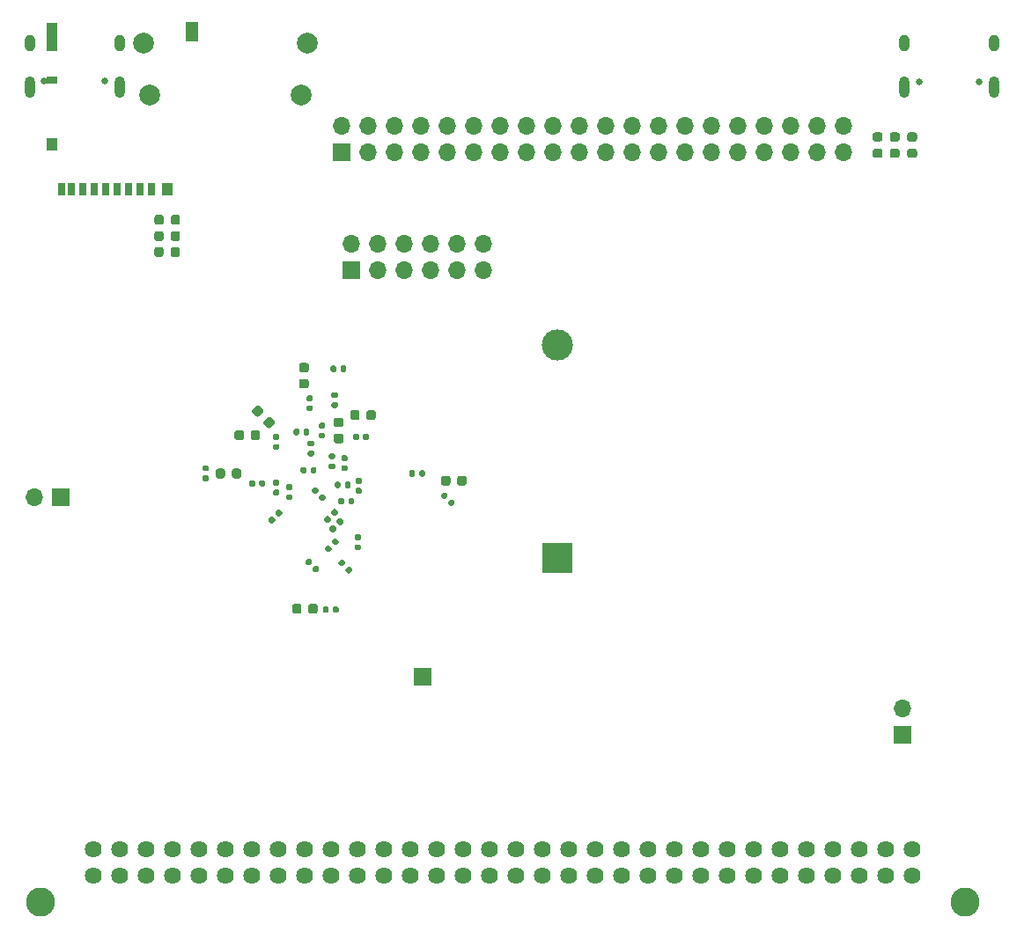
<source format=gbr>
%TF.GenerationSoftware,KiCad,Pcbnew,5.99.0+really5.1.10+dfsg1-1*%
%TF.CreationDate,2021-11-29T17:38:57+01:00*%
%TF.ProjectId,max80,6d617838-302e-46b6-9963-61645f706362,1.00*%
%TF.SameCoordinates,Original*%
%TF.FileFunction,Soldermask,Bot*%
%TF.FilePolarity,Negative*%
%FSLAX46Y46*%
G04 Gerber Fmt 4.6, Leading zero omitted, Abs format (unit mm)*
G04 Created by KiCad (PCBNEW 5.99.0+really5.1.10+dfsg1-1) date 2021-11-29 17:38:57*
%MOMM*%
%LPD*%
G01*
G04 APERTURE LIST*
%ADD10O,1.700000X1.700000*%
%ADD11R,1.700000X1.700000*%
%ADD12C,2.000000*%
%ADD13C,2.794000*%
%ADD14C,1.625600*%
%ADD15R,3.000000X3.000000*%
%ADD16C,3.000000*%
%ADD17R,1.300000X1.900000*%
%ADD18R,1.000000X2.800000*%
%ADD19R,1.000000X0.800000*%
%ADD20R,1.000000X1.200000*%
%ADD21R,0.700000X1.200000*%
%ADD22C,0.650000*%
%ADD23O,1.000000X2.100000*%
%ADD24O,1.000000X1.600000*%
G04 APERTURE END LIST*
%TO.C,D13*%
G36*
G01*
X192856250Y-52500000D02*
X192343750Y-52500000D01*
G75*
G02*
X192125000Y-52281250I0J218750D01*
G01*
X192125000Y-51843750D01*
G75*
G02*
X192343750Y-51625000I218750J0D01*
G01*
X192856250Y-51625000D01*
G75*
G02*
X193075000Y-51843750I0J-218750D01*
G01*
X193075000Y-52281250D01*
G75*
G02*
X192856250Y-52500000I-218750J0D01*
G01*
G37*
G36*
G01*
X192856250Y-54075000D02*
X192343750Y-54075000D01*
G75*
G02*
X192125000Y-53856250I0J218750D01*
G01*
X192125000Y-53418750D01*
G75*
G02*
X192343750Y-53200000I218750J0D01*
G01*
X192856250Y-53200000D01*
G75*
G02*
X193075000Y-53418750I0J-218750D01*
G01*
X193075000Y-53856250D01*
G75*
G02*
X192856250Y-54075000I-218750J0D01*
G01*
G37*
%TD*%
%TO.C,D12*%
G36*
G01*
X191206250Y-52500000D02*
X190693750Y-52500000D01*
G75*
G02*
X190475000Y-52281250I0J218750D01*
G01*
X190475000Y-51843750D01*
G75*
G02*
X190693750Y-51625000I218750J0D01*
G01*
X191206250Y-51625000D01*
G75*
G02*
X191425000Y-51843750I0J-218750D01*
G01*
X191425000Y-52281250D01*
G75*
G02*
X191206250Y-52500000I-218750J0D01*
G01*
G37*
G36*
G01*
X191206250Y-54075000D02*
X190693750Y-54075000D01*
G75*
G02*
X190475000Y-53856250I0J218750D01*
G01*
X190475000Y-53418750D01*
G75*
G02*
X190693750Y-53200000I218750J0D01*
G01*
X191206250Y-53200000D01*
G75*
G02*
X191425000Y-53418750I0J-218750D01*
G01*
X191425000Y-53856250D01*
G75*
G02*
X191206250Y-54075000I-218750J0D01*
G01*
G37*
%TD*%
%TO.C,D11*%
G36*
G01*
X194531250Y-52500000D02*
X194018750Y-52500000D01*
G75*
G02*
X193800000Y-52281250I0J218750D01*
G01*
X193800000Y-51843750D01*
G75*
G02*
X194018750Y-51625000I218750J0D01*
G01*
X194531250Y-51625000D01*
G75*
G02*
X194750000Y-51843750I0J-218750D01*
G01*
X194750000Y-52281250D01*
G75*
G02*
X194531250Y-52500000I-218750J0D01*
G01*
G37*
G36*
G01*
X194531250Y-54075000D02*
X194018750Y-54075000D01*
G75*
G02*
X193800000Y-53856250I0J218750D01*
G01*
X193800000Y-53418750D01*
G75*
G02*
X194018750Y-53200000I218750J0D01*
G01*
X194531250Y-53200000D01*
G75*
G02*
X194750000Y-53418750I0J-218750D01*
G01*
X194750000Y-53856250D01*
G75*
G02*
X194531250Y-54075000I-218750J0D01*
G01*
G37*
%TD*%
%TO.C,D10*%
G36*
G01*
X122987500Y-61856250D02*
X122987500Y-61343750D01*
G75*
G02*
X123206250Y-61125000I218750J0D01*
G01*
X123643750Y-61125000D01*
G75*
G02*
X123862500Y-61343750I0J-218750D01*
G01*
X123862500Y-61856250D01*
G75*
G02*
X123643750Y-62075000I-218750J0D01*
G01*
X123206250Y-62075000D01*
G75*
G02*
X122987500Y-61856250I0J218750D01*
G01*
G37*
G36*
G01*
X121412500Y-61856250D02*
X121412500Y-61343750D01*
G75*
G02*
X121631250Y-61125000I218750J0D01*
G01*
X122068750Y-61125000D01*
G75*
G02*
X122287500Y-61343750I0J-218750D01*
G01*
X122287500Y-61856250D01*
G75*
G02*
X122068750Y-62075000I-218750J0D01*
G01*
X121631250Y-62075000D01*
G75*
G02*
X121412500Y-61856250I0J218750D01*
G01*
G37*
%TD*%
%TO.C,D9*%
G36*
G01*
X123000000Y-60281250D02*
X123000000Y-59768750D01*
G75*
G02*
X123218750Y-59550000I218750J0D01*
G01*
X123656250Y-59550000D01*
G75*
G02*
X123875000Y-59768750I0J-218750D01*
G01*
X123875000Y-60281250D01*
G75*
G02*
X123656250Y-60500000I-218750J0D01*
G01*
X123218750Y-60500000D01*
G75*
G02*
X123000000Y-60281250I0J218750D01*
G01*
G37*
G36*
G01*
X121425000Y-60281250D02*
X121425000Y-59768750D01*
G75*
G02*
X121643750Y-59550000I218750J0D01*
G01*
X122081250Y-59550000D01*
G75*
G02*
X122300000Y-59768750I0J-218750D01*
G01*
X122300000Y-60281250D01*
G75*
G02*
X122081250Y-60500000I-218750J0D01*
G01*
X121643750Y-60500000D01*
G75*
G02*
X121425000Y-60281250I0J218750D01*
G01*
G37*
%TD*%
%TO.C,D8*%
G36*
G01*
X122975000Y-63381250D02*
X122975000Y-62868750D01*
G75*
G02*
X123193750Y-62650000I218750J0D01*
G01*
X123631250Y-62650000D01*
G75*
G02*
X123850000Y-62868750I0J-218750D01*
G01*
X123850000Y-63381250D01*
G75*
G02*
X123631250Y-63600000I-218750J0D01*
G01*
X123193750Y-63600000D01*
G75*
G02*
X122975000Y-63381250I0J218750D01*
G01*
G37*
G36*
G01*
X121400000Y-63381250D02*
X121400000Y-62868750D01*
G75*
G02*
X121618750Y-62650000I218750J0D01*
G01*
X122056250Y-62650000D01*
G75*
G02*
X122275000Y-62868750I0J-218750D01*
G01*
X122275000Y-63381250D01*
G75*
G02*
X122056250Y-63600000I-218750J0D01*
G01*
X121618750Y-63600000D01*
G75*
G02*
X121400000Y-63381250I0J218750D01*
G01*
G37*
%TD*%
D10*
%TO.C,J4*%
X187710000Y-50960000D03*
X187710000Y-53500000D03*
X185170000Y-50960000D03*
X185170000Y-53500000D03*
X182630000Y-50960000D03*
X182630000Y-53500000D03*
X180090000Y-50960000D03*
X180090000Y-53500000D03*
X177550000Y-50960000D03*
X177550000Y-53500000D03*
X175010000Y-50960000D03*
X175010000Y-53500000D03*
X172470000Y-50960000D03*
X172470000Y-53500000D03*
X169930000Y-50960000D03*
X169930000Y-53500000D03*
X167390000Y-50960000D03*
X167390000Y-53500000D03*
X164850000Y-50960000D03*
X164850000Y-53500000D03*
X162310000Y-50960000D03*
X162310000Y-53500000D03*
X159770000Y-50960000D03*
X159770000Y-53500000D03*
X157230000Y-50960000D03*
X157230000Y-53500000D03*
X154690000Y-50960000D03*
X154690000Y-53500000D03*
X152150000Y-50960000D03*
X152150000Y-53500000D03*
X149610000Y-50960000D03*
X149610000Y-53500000D03*
X147070000Y-50960000D03*
X147070000Y-53500000D03*
X144530000Y-50960000D03*
X144530000Y-53500000D03*
X141990000Y-50960000D03*
X141990000Y-53500000D03*
X139450000Y-50960000D03*
D11*
X139450000Y-53500000D03*
%TD*%
D12*
%TO.C,J2*%
X136100000Y-43050000D03*
X120400000Y-43050000D03*
X135500000Y-48000000D03*
X121000000Y-48000000D03*
%TD*%
D13*
%TO.C,X1*%
X110421100Y-125673600D03*
X199321100Y-125673600D03*
D14*
X115501100Y-120593600D03*
X118041100Y-120593600D03*
X120581100Y-120593600D03*
X123121100Y-120593600D03*
X125661100Y-120593600D03*
X128201100Y-120593600D03*
X130741100Y-120593600D03*
X133281100Y-120593600D03*
X135821100Y-120593600D03*
X138361100Y-120593600D03*
X140901100Y-120593600D03*
X143441100Y-120593600D03*
X145981100Y-120593600D03*
X148521100Y-120593600D03*
X151061100Y-120593600D03*
X153601100Y-120593600D03*
X156141100Y-120593600D03*
X158681100Y-120593600D03*
X161221100Y-120593600D03*
X163761100Y-120593600D03*
X166301100Y-120593600D03*
X168841100Y-120593600D03*
X171381100Y-120593600D03*
X173921100Y-120593600D03*
X176461100Y-120593600D03*
X179001100Y-120593600D03*
X181541100Y-120593600D03*
X184081100Y-120593600D03*
X186621100Y-120593600D03*
X189161100Y-120593600D03*
X191701100Y-120593600D03*
X194241100Y-120593600D03*
X115501100Y-123133600D03*
X118041100Y-123133600D03*
X120581100Y-123133600D03*
X123121100Y-123133600D03*
X125661100Y-123133600D03*
X128201100Y-123133600D03*
X130741100Y-123133600D03*
X133281100Y-123133600D03*
X135821100Y-123133600D03*
X138361100Y-123133600D03*
X140901100Y-123133600D03*
X143441100Y-123133600D03*
X145981100Y-123133600D03*
X148521100Y-123133600D03*
X151061100Y-123133600D03*
X153601100Y-123133600D03*
X156141100Y-123133600D03*
X158681100Y-123133600D03*
X161221100Y-123133600D03*
X163761100Y-123133600D03*
X166301100Y-123133600D03*
X168841100Y-123133600D03*
X171381100Y-123133600D03*
X173921100Y-123133600D03*
X176461100Y-123133600D03*
X179001100Y-123133600D03*
X181541100Y-123133600D03*
X184081100Y-123133600D03*
X186621100Y-123133600D03*
X189161100Y-123133600D03*
X191701100Y-123133600D03*
X194241100Y-123133600D03*
%TD*%
D15*
%TO.C,BT1*%
X160170000Y-92570000D03*
D16*
X160170000Y-72080000D03*
%TD*%
%TO.C,C44*%
G36*
G01*
X141795000Y-79070000D02*
X141795000Y-78570000D01*
G75*
G02*
X142020000Y-78345000I225000J0D01*
G01*
X142470000Y-78345000D01*
G75*
G02*
X142695000Y-78570000I0J-225000D01*
G01*
X142695000Y-79070000D01*
G75*
G02*
X142470000Y-79295000I-225000J0D01*
G01*
X142020000Y-79295000D01*
G75*
G02*
X141795000Y-79070000I0J225000D01*
G01*
G37*
G36*
G01*
X140245000Y-79070000D02*
X140245000Y-78570000D01*
G75*
G02*
X140470000Y-78345000I225000J0D01*
G01*
X140920000Y-78345000D01*
G75*
G02*
X141145000Y-78570000I0J-225000D01*
G01*
X141145000Y-79070000D01*
G75*
G02*
X140920000Y-79295000I-225000J0D01*
G01*
X140470000Y-79295000D01*
G75*
G02*
X140245000Y-79070000I0J225000D01*
G01*
G37*
%TD*%
D10*
%TO.C,J8*%
X153050000Y-62310000D03*
X153050000Y-64850000D03*
X150510000Y-62310000D03*
X150510000Y-64850000D03*
X147970000Y-62310000D03*
X147970000Y-64850000D03*
X145430000Y-62310000D03*
X145430000Y-64850000D03*
X142890000Y-62310000D03*
X142890000Y-64850000D03*
X140350000Y-62310000D03*
D11*
X140350000Y-64850000D03*
%TD*%
D17*
%TO.C,J3*%
X125035000Y-41965000D03*
D18*
X111535000Y-42415000D03*
D19*
X111535000Y-46565000D03*
D20*
X111535000Y-52765000D03*
X122685000Y-57065000D03*
D21*
X114535000Y-57065000D03*
X115635000Y-57065000D03*
X116735000Y-57065000D03*
X117835000Y-57065000D03*
X118935000Y-57065000D03*
X120035000Y-57065000D03*
X121135000Y-57065000D03*
X113435000Y-57065000D03*
X112485000Y-57065000D03*
%TD*%
D11*
%TO.C,J6*%
X147220000Y-104020000D03*
%TD*%
D10*
%TO.C,J7*%
X193320000Y-107080000D03*
D11*
X193320000Y-109620000D03*
%TD*%
%TO.C,C62*%
G36*
G01*
X131836967Y-78573413D02*
X131483413Y-78926967D01*
G75*
G02*
X131165215Y-78926967I-159099J159099D01*
G01*
X130847017Y-78608769D01*
G75*
G02*
X130847017Y-78290571I159099J159099D01*
G01*
X131200571Y-77937017D01*
G75*
G02*
X131518769Y-77937017I159099J-159099D01*
G01*
X131836967Y-78255215D01*
G75*
G02*
X131836967Y-78573413I-159099J-159099D01*
G01*
G37*
G36*
G01*
X132932983Y-79669429D02*
X132579429Y-80022983D01*
G75*
G02*
X132261231Y-80022983I-159099J159099D01*
G01*
X131943033Y-79704785D01*
G75*
G02*
X131943033Y-79386587I159099J159099D01*
G01*
X132296587Y-79033033D01*
G75*
G02*
X132614785Y-79033033I159099J-159099D01*
G01*
X132932983Y-79351231D01*
G75*
G02*
X132932983Y-79669429I-159099J-159099D01*
G01*
G37*
%TD*%
%TO.C,C69*%
G36*
G01*
X135555000Y-97200000D02*
X135555000Y-97700000D01*
G75*
G02*
X135330000Y-97925000I-225000J0D01*
G01*
X134880000Y-97925000D01*
G75*
G02*
X134655000Y-97700000I0J225000D01*
G01*
X134655000Y-97200000D01*
G75*
G02*
X134880000Y-96975000I225000J0D01*
G01*
X135330000Y-96975000D01*
G75*
G02*
X135555000Y-97200000I0J-225000D01*
G01*
G37*
G36*
G01*
X137105000Y-97200000D02*
X137105000Y-97700000D01*
G75*
G02*
X136880000Y-97925000I-225000J0D01*
G01*
X136430000Y-97925000D01*
G75*
G02*
X136205000Y-97700000I0J225000D01*
G01*
X136205000Y-97200000D01*
G75*
G02*
X136430000Y-96975000I225000J0D01*
G01*
X136880000Y-96975000D01*
G75*
G02*
X137105000Y-97200000I0J-225000D01*
G01*
G37*
%TD*%
%TO.C,C68*%
G36*
G01*
X128215000Y-84190000D02*
X128215000Y-84690000D01*
G75*
G02*
X127990000Y-84915000I-225000J0D01*
G01*
X127540000Y-84915000D01*
G75*
G02*
X127315000Y-84690000I0J225000D01*
G01*
X127315000Y-84190000D01*
G75*
G02*
X127540000Y-83965000I225000J0D01*
G01*
X127990000Y-83965000D01*
G75*
G02*
X128215000Y-84190000I0J-225000D01*
G01*
G37*
G36*
G01*
X129765000Y-84190000D02*
X129765000Y-84690000D01*
G75*
G02*
X129540000Y-84915000I-225000J0D01*
G01*
X129090000Y-84915000D01*
G75*
G02*
X128865000Y-84690000I0J225000D01*
G01*
X128865000Y-84190000D01*
G75*
G02*
X129090000Y-83965000I225000J0D01*
G01*
X129540000Y-83965000D01*
G75*
G02*
X129765000Y-84190000I0J-225000D01*
G01*
G37*
%TD*%
%TO.C,C59*%
G36*
G01*
X136040000Y-74705000D02*
X135540000Y-74705000D01*
G75*
G02*
X135315000Y-74480000I0J225000D01*
G01*
X135315000Y-74030000D01*
G75*
G02*
X135540000Y-73805000I225000J0D01*
G01*
X136040000Y-73805000D01*
G75*
G02*
X136265000Y-74030000I0J-225000D01*
G01*
X136265000Y-74480000D01*
G75*
G02*
X136040000Y-74705000I-225000J0D01*
G01*
G37*
G36*
G01*
X136040000Y-76255000D02*
X135540000Y-76255000D01*
G75*
G02*
X135315000Y-76030000I0J225000D01*
G01*
X135315000Y-75580000D01*
G75*
G02*
X135540000Y-75355000I225000J0D01*
G01*
X136040000Y-75355000D01*
G75*
G02*
X136265000Y-75580000I0J-225000D01*
G01*
X136265000Y-76030000D01*
G75*
G02*
X136040000Y-76255000I-225000J0D01*
G01*
G37*
%TD*%
%TO.C,C50*%
G36*
G01*
X139380000Y-79975000D02*
X138880000Y-79975000D01*
G75*
G02*
X138655000Y-79750000I0J225000D01*
G01*
X138655000Y-79300000D01*
G75*
G02*
X138880000Y-79075000I225000J0D01*
G01*
X139380000Y-79075000D01*
G75*
G02*
X139605000Y-79300000I0J-225000D01*
G01*
X139605000Y-79750000D01*
G75*
G02*
X139380000Y-79975000I-225000J0D01*
G01*
G37*
G36*
G01*
X139380000Y-81525000D02*
X138880000Y-81525000D01*
G75*
G02*
X138655000Y-81300000I0J225000D01*
G01*
X138655000Y-80850000D01*
G75*
G02*
X138880000Y-80625000I225000J0D01*
G01*
X139380000Y-80625000D01*
G75*
G02*
X139605000Y-80850000I0J-225000D01*
G01*
X139605000Y-81300000D01*
G75*
G02*
X139380000Y-81525000I-225000J0D01*
G01*
G37*
%TD*%
%TO.C,C25*%
G36*
G01*
X150525000Y-85380000D02*
X150525000Y-84880000D01*
G75*
G02*
X150750000Y-84655000I225000J0D01*
G01*
X151200000Y-84655000D01*
G75*
G02*
X151425000Y-84880000I0J-225000D01*
G01*
X151425000Y-85380000D01*
G75*
G02*
X151200000Y-85605000I-225000J0D01*
G01*
X150750000Y-85605000D01*
G75*
G02*
X150525000Y-85380000I0J225000D01*
G01*
G37*
G36*
G01*
X148975000Y-85380000D02*
X148975000Y-84880000D01*
G75*
G02*
X149200000Y-84655000I225000J0D01*
G01*
X149650000Y-84655000D01*
G75*
G02*
X149875000Y-84880000I0J-225000D01*
G01*
X149875000Y-85380000D01*
G75*
G02*
X149650000Y-85605000I-225000J0D01*
G01*
X149200000Y-85605000D01*
G75*
G02*
X148975000Y-85380000I0J225000D01*
G01*
G37*
%TD*%
%TO.C,C16*%
G36*
G01*
X130025000Y-80500000D02*
X130025000Y-81000000D01*
G75*
G02*
X129800000Y-81225000I-225000J0D01*
G01*
X129350000Y-81225000D01*
G75*
G02*
X129125000Y-81000000I0J225000D01*
G01*
X129125000Y-80500000D01*
G75*
G02*
X129350000Y-80275000I225000J0D01*
G01*
X129800000Y-80275000D01*
G75*
G02*
X130025000Y-80500000I0J-225000D01*
G01*
G37*
G36*
G01*
X131575000Y-80500000D02*
X131575000Y-81000000D01*
G75*
G02*
X131350000Y-81225000I-225000J0D01*
G01*
X130900000Y-81225000D01*
G75*
G02*
X130675000Y-81000000I0J225000D01*
G01*
X130675000Y-80500000D01*
G75*
G02*
X130900000Y-80275000I225000J0D01*
G01*
X131350000Y-80275000D01*
G75*
G02*
X131575000Y-80500000I0J-225000D01*
G01*
G37*
%TD*%
%TO.C,C28*%
G36*
G01*
X138207782Y-91361802D02*
X138448198Y-91602218D01*
G75*
G02*
X138448198Y-91800208I-98995J-98995D01*
G01*
X138250208Y-91998198D01*
G75*
G02*
X138052218Y-91998198I-98995J98995D01*
G01*
X137811802Y-91757782D01*
G75*
G02*
X137811802Y-91559792I98995J98995D01*
G01*
X138009792Y-91361802D01*
G75*
G02*
X138207782Y-91361802I98995J-98995D01*
G01*
G37*
G36*
G01*
X138886604Y-90682980D02*
X139127020Y-90923396D01*
G75*
G02*
X139127020Y-91121386I-98995J-98995D01*
G01*
X138929030Y-91319376D01*
G75*
G02*
X138731040Y-91319376I-98995J98995D01*
G01*
X138490624Y-91078960D01*
G75*
G02*
X138490624Y-90880970I98995J98995D01*
G01*
X138688614Y-90682980D01*
G75*
G02*
X138886604Y-90682980I98995J-98995D01*
G01*
G37*
%TD*%
%TO.C,C43*%
G36*
G01*
X133290000Y-85600000D02*
X132950000Y-85600000D01*
G75*
G02*
X132810000Y-85460000I0J140000D01*
G01*
X132810000Y-85180000D01*
G75*
G02*
X132950000Y-85040000I140000J0D01*
G01*
X133290000Y-85040000D01*
G75*
G02*
X133430000Y-85180000I0J-140000D01*
G01*
X133430000Y-85460000D01*
G75*
G02*
X133290000Y-85600000I-140000J0D01*
G01*
G37*
G36*
G01*
X133290000Y-86560000D02*
X132950000Y-86560000D01*
G75*
G02*
X132810000Y-86420000I0J140000D01*
G01*
X132810000Y-86140000D01*
G75*
G02*
X132950000Y-86000000I140000J0D01*
G01*
X133290000Y-86000000D01*
G75*
G02*
X133430000Y-86140000I0J-140000D01*
G01*
X133430000Y-86420000D01*
G75*
G02*
X133290000Y-86560000I-140000J0D01*
G01*
G37*
%TD*%
%TO.C,C42*%
G36*
G01*
X141220000Y-85430000D02*
X140880000Y-85430000D01*
G75*
G02*
X140740000Y-85290000I0J140000D01*
G01*
X140740000Y-85010000D01*
G75*
G02*
X140880000Y-84870000I140000J0D01*
G01*
X141220000Y-84870000D01*
G75*
G02*
X141360000Y-85010000I0J-140000D01*
G01*
X141360000Y-85290000D01*
G75*
G02*
X141220000Y-85430000I-140000J0D01*
G01*
G37*
G36*
G01*
X141220000Y-86390000D02*
X140880000Y-86390000D01*
G75*
G02*
X140740000Y-86250000I0J140000D01*
G01*
X140740000Y-85970000D01*
G75*
G02*
X140880000Y-85830000I140000J0D01*
G01*
X141220000Y-85830000D01*
G75*
G02*
X141360000Y-85970000I0J-140000D01*
G01*
X141360000Y-86250000D01*
G75*
G02*
X141220000Y-86390000I-140000J0D01*
G01*
G37*
%TD*%
%TO.C,C41*%
G36*
G01*
X139191629Y-89388787D02*
X138951213Y-89148371D01*
G75*
G02*
X138951213Y-88950381I98995J98995D01*
G01*
X139149203Y-88752391D01*
G75*
G02*
X139347193Y-88752391I98995J-98995D01*
G01*
X139587609Y-88992807D01*
G75*
G02*
X139587609Y-89190797I-98995J-98995D01*
G01*
X139389619Y-89388787D01*
G75*
G02*
X139191629Y-89388787I-98995J98995D01*
G01*
G37*
G36*
G01*
X138512807Y-90067609D02*
X138272391Y-89827193D01*
G75*
G02*
X138272391Y-89629203I98995J98995D01*
G01*
X138470381Y-89431213D01*
G75*
G02*
X138668371Y-89431213I98995J-98995D01*
G01*
X138908787Y-89671629D01*
G75*
G02*
X138908787Y-89869619I-98995J-98995D01*
G01*
X138710797Y-90067609D01*
G75*
G02*
X138512807Y-90067609I-98995J98995D01*
G01*
G37*
%TD*%
%TO.C,C32*%
G36*
G01*
X137690000Y-80120000D02*
X137350000Y-80120000D01*
G75*
G02*
X137210000Y-79980000I0J140000D01*
G01*
X137210000Y-79700000D01*
G75*
G02*
X137350000Y-79560000I140000J0D01*
G01*
X137690000Y-79560000D01*
G75*
G02*
X137830000Y-79700000I0J-140000D01*
G01*
X137830000Y-79980000D01*
G75*
G02*
X137690000Y-80120000I-140000J0D01*
G01*
G37*
G36*
G01*
X137690000Y-81080000D02*
X137350000Y-81080000D01*
G75*
G02*
X137210000Y-80940000I0J140000D01*
G01*
X137210000Y-80660000D01*
G75*
G02*
X137350000Y-80520000I140000J0D01*
G01*
X137690000Y-80520000D01*
G75*
G02*
X137830000Y-80660000I0J-140000D01*
G01*
X137830000Y-80940000D01*
G75*
G02*
X137690000Y-81080000I-140000J0D01*
G01*
G37*
%TD*%
%TO.C,C31*%
G36*
G01*
X141150000Y-90850000D02*
X140810000Y-90850000D01*
G75*
G02*
X140670000Y-90710000I0J140000D01*
G01*
X140670000Y-90430000D01*
G75*
G02*
X140810000Y-90290000I140000J0D01*
G01*
X141150000Y-90290000D01*
G75*
G02*
X141290000Y-90430000I0J-140000D01*
G01*
X141290000Y-90710000D01*
G75*
G02*
X141150000Y-90850000I-140000J0D01*
G01*
G37*
G36*
G01*
X141150000Y-91810000D02*
X140810000Y-91810000D01*
G75*
G02*
X140670000Y-91670000I0J140000D01*
G01*
X140670000Y-91390000D01*
G75*
G02*
X140810000Y-91250000I140000J0D01*
G01*
X141150000Y-91250000D01*
G75*
G02*
X141290000Y-91390000I0J-140000D01*
G01*
X141290000Y-91670000D01*
G75*
G02*
X141150000Y-91810000I-140000J0D01*
G01*
G37*
%TD*%
%TO.C,C30*%
G36*
G01*
X138570000Y-97710000D02*
X138570000Y-97370000D01*
G75*
G02*
X138710000Y-97230000I140000J0D01*
G01*
X138990000Y-97230000D01*
G75*
G02*
X139130000Y-97370000I0J-140000D01*
G01*
X139130000Y-97710000D01*
G75*
G02*
X138990000Y-97850000I-140000J0D01*
G01*
X138710000Y-97850000D01*
G75*
G02*
X138570000Y-97710000I0J140000D01*
G01*
G37*
G36*
G01*
X137610000Y-97710000D02*
X137610000Y-97370000D01*
G75*
G02*
X137750000Y-97230000I140000J0D01*
G01*
X138030000Y-97230000D01*
G75*
G02*
X138170000Y-97370000I0J-140000D01*
G01*
X138170000Y-97710000D01*
G75*
G02*
X138030000Y-97850000I-140000J0D01*
G01*
X137750000Y-97850000D01*
G75*
G02*
X137610000Y-97710000I0J140000D01*
G01*
G37*
%TD*%
%TO.C,C29*%
G36*
G01*
X139787487Y-93647903D02*
X140027903Y-93407487D01*
G75*
G02*
X140225893Y-93407487I98995J-98995D01*
G01*
X140423883Y-93605477D01*
G75*
G02*
X140423883Y-93803467I-98995J-98995D01*
G01*
X140183467Y-94043883D01*
G75*
G02*
X139985477Y-94043883I-98995J98995D01*
G01*
X139787487Y-93845893D01*
G75*
G02*
X139787487Y-93647903I98995J98995D01*
G01*
G37*
G36*
G01*
X139108665Y-92969081D02*
X139349081Y-92728665D01*
G75*
G02*
X139547071Y-92728665I98995J-98995D01*
G01*
X139745061Y-92926655D01*
G75*
G02*
X139745061Y-93124645I-98995J-98995D01*
G01*
X139504645Y-93365061D01*
G75*
G02*
X139306655Y-93365061I-98995J98995D01*
G01*
X139108665Y-93167071D01*
G75*
G02*
X139108665Y-92969081I98995J98995D01*
G01*
G37*
%TD*%
%TO.C,C27*%
G36*
G01*
X133317903Y-88542513D02*
X133077487Y-88302097D01*
G75*
G02*
X133077487Y-88104107I98995J98995D01*
G01*
X133275477Y-87906117D01*
G75*
G02*
X133473467Y-87906117I98995J-98995D01*
G01*
X133713883Y-88146533D01*
G75*
G02*
X133713883Y-88344523I-98995J-98995D01*
G01*
X133515893Y-88542513D01*
G75*
G02*
X133317903Y-88542513I-98995J98995D01*
G01*
G37*
G36*
G01*
X132639081Y-89221335D02*
X132398665Y-88980919D01*
G75*
G02*
X132398665Y-88782929I98995J98995D01*
G01*
X132596655Y-88584939D01*
G75*
G02*
X132794645Y-88584939I98995J-98995D01*
G01*
X133035061Y-88825355D01*
G75*
G02*
X133035061Y-89023345I-98995J-98995D01*
G01*
X132837071Y-89221335D01*
G75*
G02*
X132639081Y-89221335I-98995J98995D01*
G01*
G37*
%TD*%
%TO.C,C26*%
G36*
G01*
X136568787Y-93028371D02*
X136328371Y-93268787D01*
G75*
G02*
X136130381Y-93268787I-98995J98995D01*
G01*
X135932391Y-93070797D01*
G75*
G02*
X135932391Y-92872807I98995J98995D01*
G01*
X136172807Y-92632391D01*
G75*
G02*
X136370797Y-92632391I98995J-98995D01*
G01*
X136568787Y-92830381D01*
G75*
G02*
X136568787Y-93028371I-98995J-98995D01*
G01*
G37*
G36*
G01*
X137247609Y-93707193D02*
X137007193Y-93947609D01*
G75*
G02*
X136809203Y-93947609I-98995J98995D01*
G01*
X136611213Y-93749619D01*
G75*
G02*
X136611213Y-93551629I98995J98995D01*
G01*
X136851629Y-93311213D01*
G75*
G02*
X137049619Y-93311213I98995J-98995D01*
G01*
X137247609Y-93509203D01*
G75*
G02*
X137247609Y-93707193I-98995J-98995D01*
G01*
G37*
%TD*%
%TO.C,C24*%
G36*
G01*
X146880000Y-84610000D02*
X146880000Y-84270000D01*
G75*
G02*
X147020000Y-84130000I140000J0D01*
G01*
X147300000Y-84130000D01*
G75*
G02*
X147440000Y-84270000I0J-140000D01*
G01*
X147440000Y-84610000D01*
G75*
G02*
X147300000Y-84750000I-140000J0D01*
G01*
X147020000Y-84750000D01*
G75*
G02*
X146880000Y-84610000I0J140000D01*
G01*
G37*
G36*
G01*
X145920000Y-84610000D02*
X145920000Y-84270000D01*
G75*
G02*
X146060000Y-84130000I140000J0D01*
G01*
X146340000Y-84130000D01*
G75*
G02*
X146480000Y-84270000I0J-140000D01*
G01*
X146480000Y-84610000D01*
G75*
G02*
X146340000Y-84750000I-140000J0D01*
G01*
X146060000Y-84750000D01*
G75*
G02*
X145920000Y-84610000I0J140000D01*
G01*
G37*
%TD*%
%TO.C,C23*%
G36*
G01*
X134210000Y-86450000D02*
X134550000Y-86450000D01*
G75*
G02*
X134690000Y-86590000I0J-140000D01*
G01*
X134690000Y-86870000D01*
G75*
G02*
X134550000Y-87010000I-140000J0D01*
G01*
X134210000Y-87010000D01*
G75*
G02*
X134070000Y-86870000I0J140000D01*
G01*
X134070000Y-86590000D01*
G75*
G02*
X134210000Y-86450000I140000J0D01*
G01*
G37*
G36*
G01*
X134210000Y-85490000D02*
X134550000Y-85490000D01*
G75*
G02*
X134690000Y-85630000I0J-140000D01*
G01*
X134690000Y-85910000D01*
G75*
G02*
X134550000Y-86050000I-140000J0D01*
G01*
X134210000Y-86050000D01*
G75*
G02*
X134070000Y-85910000I0J140000D01*
G01*
X134070000Y-85630000D01*
G75*
G02*
X134210000Y-85490000I140000J0D01*
G01*
G37*
%TD*%
%TO.C,C22*%
G36*
G01*
X141070000Y-80750000D02*
X141070000Y-81090000D01*
G75*
G02*
X140930000Y-81230000I-140000J0D01*
G01*
X140650000Y-81230000D01*
G75*
G02*
X140510000Y-81090000I0J140000D01*
G01*
X140510000Y-80750000D01*
G75*
G02*
X140650000Y-80610000I140000J0D01*
G01*
X140930000Y-80610000D01*
G75*
G02*
X141070000Y-80750000I0J-140000D01*
G01*
G37*
G36*
G01*
X142030000Y-80750000D02*
X142030000Y-81090000D01*
G75*
G02*
X141890000Y-81230000I-140000J0D01*
G01*
X141610000Y-81230000D01*
G75*
G02*
X141470000Y-81090000I0J140000D01*
G01*
X141470000Y-80750000D01*
G75*
G02*
X141610000Y-80610000I140000J0D01*
G01*
X141890000Y-80610000D01*
G75*
G02*
X142030000Y-80750000I0J-140000D01*
G01*
G37*
%TD*%
%TO.C,C21*%
G36*
G01*
X149651213Y-87181629D02*
X149891629Y-86941213D01*
G75*
G02*
X150089619Y-86941213I98995J-98995D01*
G01*
X150287609Y-87139203D01*
G75*
G02*
X150287609Y-87337193I-98995J-98995D01*
G01*
X150047193Y-87577609D01*
G75*
G02*
X149849203Y-87577609I-98995J98995D01*
G01*
X149651213Y-87379619D01*
G75*
G02*
X149651213Y-87181629I98995J98995D01*
G01*
G37*
G36*
G01*
X148972391Y-86502807D02*
X149212807Y-86262391D01*
G75*
G02*
X149410797Y-86262391I98995J-98995D01*
G01*
X149608787Y-86460381D01*
G75*
G02*
X149608787Y-86658371I-98995J-98995D01*
G01*
X149368371Y-86898787D01*
G75*
G02*
X149170381Y-86898787I-98995J98995D01*
G01*
X148972391Y-86700797D01*
G75*
G02*
X148972391Y-86502807I98995J98995D01*
G01*
G37*
%TD*%
%TO.C,C20*%
G36*
G01*
X138671629Y-88488787D02*
X138431213Y-88248371D01*
G75*
G02*
X138431213Y-88050381I98995J98995D01*
G01*
X138629203Y-87852391D01*
G75*
G02*
X138827193Y-87852391I98995J-98995D01*
G01*
X139067609Y-88092807D01*
G75*
G02*
X139067609Y-88290797I-98995J-98995D01*
G01*
X138869619Y-88488787D01*
G75*
G02*
X138671629Y-88488787I-98995J98995D01*
G01*
G37*
G36*
G01*
X137992807Y-89167609D02*
X137752391Y-88927193D01*
G75*
G02*
X137752391Y-88729203I98995J98995D01*
G01*
X137950381Y-88531213D01*
G75*
G02*
X138148371Y-88531213I98995J-98995D01*
G01*
X138388787Y-88771629D01*
G75*
G02*
X138388787Y-88969619I-98995J-98995D01*
G01*
X138190797Y-89167609D01*
G75*
G02*
X137992807Y-89167609I-98995J98995D01*
G01*
G37*
%TD*%
%TO.C,C19*%
G36*
G01*
X136430000Y-84290000D02*
X136430000Y-83950000D01*
G75*
G02*
X136570000Y-83810000I140000J0D01*
G01*
X136850000Y-83810000D01*
G75*
G02*
X136990000Y-83950000I0J-140000D01*
G01*
X136990000Y-84290000D01*
G75*
G02*
X136850000Y-84430000I-140000J0D01*
G01*
X136570000Y-84430000D01*
G75*
G02*
X136430000Y-84290000I0J140000D01*
G01*
G37*
G36*
G01*
X135470000Y-84290000D02*
X135470000Y-83950000D01*
G75*
G02*
X135610000Y-83810000I140000J0D01*
G01*
X135890000Y-83810000D01*
G75*
G02*
X136030000Y-83950000I0J-140000D01*
G01*
X136030000Y-84290000D01*
G75*
G02*
X135890000Y-84430000I-140000J0D01*
G01*
X135610000Y-84430000D01*
G75*
G02*
X135470000Y-84290000I0J140000D01*
G01*
G37*
%TD*%
%TO.C,C18*%
G36*
G01*
X137251213Y-86671629D02*
X137491629Y-86431213D01*
G75*
G02*
X137689619Y-86431213I98995J-98995D01*
G01*
X137887609Y-86629203D01*
G75*
G02*
X137887609Y-86827193I-98995J-98995D01*
G01*
X137647193Y-87067609D01*
G75*
G02*
X137449203Y-87067609I-98995J98995D01*
G01*
X137251213Y-86869619D01*
G75*
G02*
X137251213Y-86671629I98995J98995D01*
G01*
G37*
G36*
G01*
X136572391Y-85992807D02*
X136812807Y-85752391D01*
G75*
G02*
X137010797Y-85752391I98995J-98995D01*
G01*
X137208787Y-85950381D01*
G75*
G02*
X137208787Y-86148371I-98995J-98995D01*
G01*
X136968371Y-86388787D01*
G75*
G02*
X136770381Y-86388787I-98995J98995D01*
G01*
X136572391Y-86190797D01*
G75*
G02*
X136572391Y-85992807I98995J98995D01*
G01*
G37*
%TD*%
%TO.C,C17*%
G36*
G01*
X139320000Y-85370000D02*
X139320000Y-85710000D01*
G75*
G02*
X139180000Y-85850000I-140000J0D01*
G01*
X138900000Y-85850000D01*
G75*
G02*
X138760000Y-85710000I0J140000D01*
G01*
X138760000Y-85370000D01*
G75*
G02*
X138900000Y-85230000I140000J0D01*
G01*
X139180000Y-85230000D01*
G75*
G02*
X139320000Y-85370000I0J-140000D01*
G01*
G37*
G36*
G01*
X140280000Y-85370000D02*
X140280000Y-85710000D01*
G75*
G02*
X140140000Y-85850000I-140000J0D01*
G01*
X139860000Y-85850000D01*
G75*
G02*
X139720000Y-85710000I0J140000D01*
G01*
X139720000Y-85370000D01*
G75*
G02*
X139860000Y-85230000I140000J0D01*
G01*
X140140000Y-85230000D01*
G75*
G02*
X140280000Y-85370000I0J-140000D01*
G01*
G37*
%TD*%
%TO.C,C15*%
G36*
G01*
X135750000Y-80620000D02*
X135750000Y-80280000D01*
G75*
G02*
X135890000Y-80140000I140000J0D01*
G01*
X136170000Y-80140000D01*
G75*
G02*
X136310000Y-80280000I0J-140000D01*
G01*
X136310000Y-80620000D01*
G75*
G02*
X136170000Y-80760000I-140000J0D01*
G01*
X135890000Y-80760000D01*
G75*
G02*
X135750000Y-80620000I0J140000D01*
G01*
G37*
G36*
G01*
X134790000Y-80620000D02*
X134790000Y-80280000D01*
G75*
G02*
X134930000Y-80140000I140000J0D01*
G01*
X135210000Y-80140000D01*
G75*
G02*
X135350000Y-80280000I0J-140000D01*
G01*
X135350000Y-80620000D01*
G75*
G02*
X135210000Y-80760000I-140000J0D01*
G01*
X134930000Y-80760000D01*
G75*
G02*
X134790000Y-80620000I0J140000D01*
G01*
G37*
%TD*%
%TO.C,C14*%
G36*
G01*
X138920000Y-77170000D02*
X138580000Y-77170000D01*
G75*
G02*
X138440000Y-77030000I0J140000D01*
G01*
X138440000Y-76750000D01*
G75*
G02*
X138580000Y-76610000I140000J0D01*
G01*
X138920000Y-76610000D01*
G75*
G02*
X139060000Y-76750000I0J-140000D01*
G01*
X139060000Y-77030000D01*
G75*
G02*
X138920000Y-77170000I-140000J0D01*
G01*
G37*
G36*
G01*
X138920000Y-78130000D02*
X138580000Y-78130000D01*
G75*
G02*
X138440000Y-77990000I0J140000D01*
G01*
X138440000Y-77710000D01*
G75*
G02*
X138580000Y-77570000I140000J0D01*
G01*
X138920000Y-77570000D01*
G75*
G02*
X139060000Y-77710000I0J-140000D01*
G01*
X139060000Y-77990000D01*
G75*
G02*
X138920000Y-78130000I-140000J0D01*
G01*
G37*
%TD*%
%TO.C,C13*%
G36*
G01*
X126510000Y-84220000D02*
X126170000Y-84220000D01*
G75*
G02*
X126030000Y-84080000I0J140000D01*
G01*
X126030000Y-83800000D01*
G75*
G02*
X126170000Y-83660000I140000J0D01*
G01*
X126510000Y-83660000D01*
G75*
G02*
X126650000Y-83800000I0J-140000D01*
G01*
X126650000Y-84080000D01*
G75*
G02*
X126510000Y-84220000I-140000J0D01*
G01*
G37*
G36*
G01*
X126510000Y-85180000D02*
X126170000Y-85180000D01*
G75*
G02*
X126030000Y-85040000I0J140000D01*
G01*
X126030000Y-84760000D01*
G75*
G02*
X126170000Y-84620000I140000J0D01*
G01*
X126510000Y-84620000D01*
G75*
G02*
X126650000Y-84760000I0J-140000D01*
G01*
X126650000Y-85040000D01*
G75*
G02*
X126510000Y-85180000I-140000J0D01*
G01*
G37*
%TD*%
%TO.C,C12*%
G36*
G01*
X136630000Y-81830000D02*
X136290000Y-81830000D01*
G75*
G02*
X136150000Y-81690000I0J140000D01*
G01*
X136150000Y-81410000D01*
G75*
G02*
X136290000Y-81270000I140000J0D01*
G01*
X136630000Y-81270000D01*
G75*
G02*
X136770000Y-81410000I0J-140000D01*
G01*
X136770000Y-81690000D01*
G75*
G02*
X136630000Y-81830000I-140000J0D01*
G01*
G37*
G36*
G01*
X136630000Y-82790000D02*
X136290000Y-82790000D01*
G75*
G02*
X136150000Y-82650000I0J140000D01*
G01*
X136150000Y-82370000D01*
G75*
G02*
X136290000Y-82230000I140000J0D01*
G01*
X136630000Y-82230000D01*
G75*
G02*
X136770000Y-82370000I0J-140000D01*
G01*
X136770000Y-82650000D01*
G75*
G02*
X136630000Y-82790000I-140000J0D01*
G01*
G37*
%TD*%
%TO.C,C11*%
G36*
G01*
X139310000Y-74540000D02*
X139310000Y-74200000D01*
G75*
G02*
X139450000Y-74060000I140000J0D01*
G01*
X139730000Y-74060000D01*
G75*
G02*
X139870000Y-74200000I0J-140000D01*
G01*
X139870000Y-74540000D01*
G75*
G02*
X139730000Y-74680000I-140000J0D01*
G01*
X139450000Y-74680000D01*
G75*
G02*
X139310000Y-74540000I0J140000D01*
G01*
G37*
G36*
G01*
X138350000Y-74540000D02*
X138350000Y-74200000D01*
G75*
G02*
X138490000Y-74060000I140000J0D01*
G01*
X138770000Y-74060000D01*
G75*
G02*
X138910000Y-74200000I0J-140000D01*
G01*
X138910000Y-74540000D01*
G75*
G02*
X138770000Y-74680000I-140000J0D01*
G01*
X138490000Y-74680000D01*
G75*
G02*
X138350000Y-74540000I0J140000D01*
G01*
G37*
%TD*%
%TO.C,C10*%
G36*
G01*
X131500000Y-85560000D02*
X131500000Y-85220000D01*
G75*
G02*
X131640000Y-85080000I140000J0D01*
G01*
X131920000Y-85080000D01*
G75*
G02*
X132060000Y-85220000I0J-140000D01*
G01*
X132060000Y-85560000D01*
G75*
G02*
X131920000Y-85700000I-140000J0D01*
G01*
X131640000Y-85700000D01*
G75*
G02*
X131500000Y-85560000I0J140000D01*
G01*
G37*
G36*
G01*
X130540000Y-85560000D02*
X130540000Y-85220000D01*
G75*
G02*
X130680000Y-85080000I140000J0D01*
G01*
X130960000Y-85080000D01*
G75*
G02*
X131100000Y-85220000I0J-140000D01*
G01*
X131100000Y-85560000D01*
G75*
G02*
X130960000Y-85700000I-140000J0D01*
G01*
X130680000Y-85700000D01*
G75*
G02*
X130540000Y-85560000I0J140000D01*
G01*
G37*
%TD*%
%TO.C,C9*%
G36*
G01*
X136520000Y-77480000D02*
X136180000Y-77480000D01*
G75*
G02*
X136040000Y-77340000I0J140000D01*
G01*
X136040000Y-77060000D01*
G75*
G02*
X136180000Y-76920000I140000J0D01*
G01*
X136520000Y-76920000D01*
G75*
G02*
X136660000Y-77060000I0J-140000D01*
G01*
X136660000Y-77340000D01*
G75*
G02*
X136520000Y-77480000I-140000J0D01*
G01*
G37*
G36*
G01*
X136520000Y-78440000D02*
X136180000Y-78440000D01*
G75*
G02*
X136040000Y-78300000I0J140000D01*
G01*
X136040000Y-78020000D01*
G75*
G02*
X136180000Y-77880000I140000J0D01*
G01*
X136520000Y-77880000D01*
G75*
G02*
X136660000Y-78020000I0J-140000D01*
G01*
X136660000Y-78300000D01*
G75*
G02*
X136520000Y-78440000I-140000J0D01*
G01*
G37*
%TD*%
%TO.C,C8*%
G36*
G01*
X133290000Y-81200000D02*
X132950000Y-81200000D01*
G75*
G02*
X132810000Y-81060000I0J140000D01*
G01*
X132810000Y-80780000D01*
G75*
G02*
X132950000Y-80640000I140000J0D01*
G01*
X133290000Y-80640000D01*
G75*
G02*
X133430000Y-80780000I0J-140000D01*
G01*
X133430000Y-81060000D01*
G75*
G02*
X133290000Y-81200000I-140000J0D01*
G01*
G37*
G36*
G01*
X133290000Y-82160000D02*
X132950000Y-82160000D01*
G75*
G02*
X132810000Y-82020000I0J140000D01*
G01*
X132810000Y-81740000D01*
G75*
G02*
X132950000Y-81600000I140000J0D01*
G01*
X133290000Y-81600000D01*
G75*
G02*
X133430000Y-81740000I0J-140000D01*
G01*
X133430000Y-82020000D01*
G75*
G02*
X133290000Y-82160000I-140000J0D01*
G01*
G37*
%TD*%
%TO.C,C1*%
G36*
G01*
X139660000Y-86930000D02*
X139660000Y-87270000D01*
G75*
G02*
X139520000Y-87410000I-140000J0D01*
G01*
X139240000Y-87410000D01*
G75*
G02*
X139100000Y-87270000I0J140000D01*
G01*
X139100000Y-86930000D01*
G75*
G02*
X139240000Y-86790000I140000J0D01*
G01*
X139520000Y-86790000D01*
G75*
G02*
X139660000Y-86930000I0J-140000D01*
G01*
G37*
G36*
G01*
X140620000Y-86930000D02*
X140620000Y-87270000D01*
G75*
G02*
X140480000Y-87410000I-140000J0D01*
G01*
X140200000Y-87410000D01*
G75*
G02*
X140060000Y-87270000I0J140000D01*
G01*
X140060000Y-86930000D01*
G75*
G02*
X140200000Y-86790000I140000J0D01*
G01*
X140480000Y-86790000D01*
G75*
G02*
X140620000Y-86930000I0J-140000D01*
G01*
G37*
%TD*%
%TO.C,C66*%
G36*
G01*
X138320000Y-83470000D02*
X138660000Y-83470000D01*
G75*
G02*
X138800000Y-83610000I0J-140000D01*
G01*
X138800000Y-83890000D01*
G75*
G02*
X138660000Y-84030000I-140000J0D01*
G01*
X138320000Y-84030000D01*
G75*
G02*
X138180000Y-83890000I0J140000D01*
G01*
X138180000Y-83610000D01*
G75*
G02*
X138320000Y-83470000I140000J0D01*
G01*
G37*
G36*
G01*
X138320000Y-82510000D02*
X138660000Y-82510000D01*
G75*
G02*
X138800000Y-82650000I0J-140000D01*
G01*
X138800000Y-82930000D01*
G75*
G02*
X138660000Y-83070000I-140000J0D01*
G01*
X138320000Y-83070000D01*
G75*
G02*
X138180000Y-82930000I0J140000D01*
G01*
X138180000Y-82650000D01*
G75*
G02*
X138320000Y-82510000I140000J0D01*
G01*
G37*
%TD*%
%TO.C,C63*%
G36*
G01*
X139860000Y-83240000D02*
X139520000Y-83240000D01*
G75*
G02*
X139380000Y-83100000I0J140000D01*
G01*
X139380000Y-82820000D01*
G75*
G02*
X139520000Y-82680000I140000J0D01*
G01*
X139860000Y-82680000D01*
G75*
G02*
X140000000Y-82820000I0J-140000D01*
G01*
X140000000Y-83100000D01*
G75*
G02*
X139860000Y-83240000I-140000J0D01*
G01*
G37*
G36*
G01*
X139860000Y-84200000D02*
X139520000Y-84200000D01*
G75*
G02*
X139380000Y-84060000I0J140000D01*
G01*
X139380000Y-83780000D01*
G75*
G02*
X139520000Y-83640000I140000J0D01*
G01*
X139860000Y-83640000D01*
G75*
G02*
X140000000Y-83780000I0J-140000D01*
G01*
X140000000Y-84060000D01*
G75*
G02*
X139860000Y-84200000I-140000J0D01*
G01*
G37*
%TD*%
D10*
%TO.C,J1*%
X109905000Y-86695000D03*
D11*
X112445000Y-86695000D03*
%TD*%
D22*
%TO.C,USB2*%
X194971100Y-46723600D03*
X200751100Y-46723600D03*
D23*
X202181100Y-47253600D03*
X193541100Y-47253600D03*
D24*
X202181100Y-43073600D03*
X193541100Y-43073600D03*
%TD*%
D22*
%TO.C,USB1*%
X110841100Y-46703600D03*
X116621100Y-46703600D03*
D23*
X118051100Y-47233600D03*
X109411100Y-47233600D03*
D24*
X118051100Y-43053600D03*
X109411100Y-43053600D03*
%TD*%
M02*

</source>
